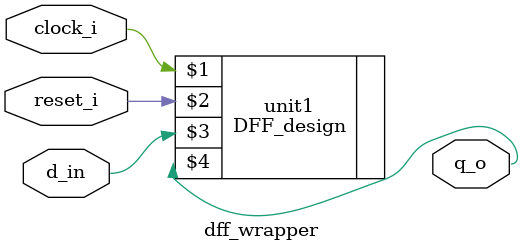
<source format=v>
module dff_wrapper(input      clock_i, 
                   input      reset_i,
                   input      d_in,
                   output     q_o);
                                 
               DFF_design unit1(clock_i, 
                                reset_i,
                                d_in,
                                q_o );
               initial begin
                   $dumpfile("dff_waveform.vcd");
                   $dumpvars(1, dff_wrapper);
               end
endmodule


</source>
